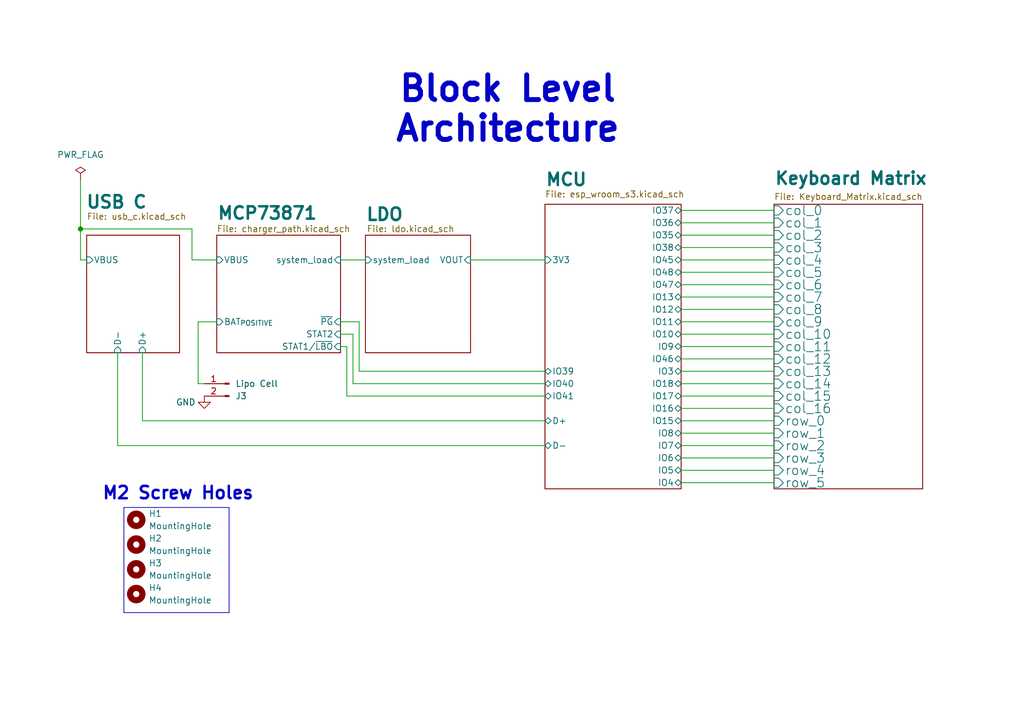
<source format=kicad_sch>
(kicad_sch (version 20250114) (generator "eeschema") (generator_version "9.0")
  (paper "A5")
  (title_block (title "Block Diagram") (date "Last Modified Date") (rev "${REVISION}") (company "${COMPANY}"))
  (lib_symbols
    (symbol "Connector:Conn_01x02_Pin" (pin_names (offset 1.016) (hide yes))
      (property "Reference" "J" (at 0 2.54 0))
      (property "Value" "Conn_01x02_Pin" (at 0 -5.08 0))
      (symbol "Conn_01x02_Pin_1_1"
        (rectangle (start 0.8636 0.127) (end 0 -0.127) (stroke (width 0.1524)) (fill (type outline)))
        (rectangle (start 0.8636 -2.413) (end 0 -2.667) (stroke (width 0.1524)) (fill (type outline)))
        (polyline (pts (xy 1.27 0) (xy 0.8636 0)) (stroke (width 0.1524)))
        (polyline (pts (xy 1.27 -2.54) (xy 0.8636 -2.54)) (stroke (width 0.1524)))
        (pin passive line (at 5.08 0 180) (length 3.81) (name "Pin_1") (number "1"))
        (pin passive line (at 5.08 -2.54 180) (length 3.81) (name "Pin_2") (number "2"))
      )
    )
    (symbol "Mechanical:MountingHole" (pin_names (offset 1.016)) (in_bom no)
      (property "Reference" "H" (at 0 5.08 0))
      (property "Value" "MountingHole" (at 0 3.175 0))
      (symbol "MountingHole_0_1"
        (circle (center 0 0) (radius 1.27) (stroke (width 1.27)))
      )
    )
    (symbol "power:GND" (power) (pin_numbers (hide yes)) (pin_names (offset 0) (hide yes))
      (property "Value" "GND" (at 0 -3.81 0))
      (symbol "GND_0_1"
        (polyline (pts (xy 0 0) (xy 0 -1.27) (xy 1.27 -1.27) (xy 0 -2.54) (xy -1.27 -1.27) (xy 0 -1.27)))
      )
      (symbol "GND_1_1"
        (pin power_in line (at 0 0 270) (length 0) (name "~") (number "1"))
      )
    )
    (symbol "power:PWR_FLAG" (power) (pin_numbers (hide yes)) (pin_names (offset 0) (hide yes))
      (property "Value" "PWR_FLAG" (at 0 3.81 0))
      (symbol "PWR_FLAG_0_0"
        (pin power_out line (at 0 0 90) (length 0) (name "~") (number "1"))
      )
      (symbol "PWR_FLAG_0_1"
        (polyline (pts (xy 0 0) (xy 0 1.27) (xy -1.016 1.905) (xy 0 2.54) (xy 1.016 1.905) (xy 0 1.27)))
      )
    )
  )
  (rectangle (start 25.4 104.14) (end 46.99 125.73))
  (text "M2 Screw Holes" (at 20.828 101.346 0) (effects (font (size 2.54 2.54) (thickness 0.508) (bold yes)) (justify left)))
  (text_box "Block Level Architecture " (at 64.77 16.51 0) (size 78.74 11.43) (margins 0.9525 0.9525 0.9525 0.9525) (stroke (width -0.0001) (type dot)) (effects (font (size 5.08 5.08) (thickness 1.016) (bold yes))))
  (junction (at 16.51 46.99))
  (wire (pts (xy 139.7 96.52) (xy 158.75 96.52)))
  (wire (pts (xy 139.7 63.5) (xy 158.75 63.5)))
  (wire (pts (xy 17.78 53.34) (xy 16.51 53.34)))
  (wire (pts (xy 73.66 76.2) (xy 111.76 76.2)))
  (wire (pts (xy 69.85 66.04) (xy 73.66 66.04)))
  (wire (pts (xy 40.64 66.04) (xy 40.64 78.74)))
  (wire (pts (xy 139.7 48.26) (xy 158.75 48.26)))
  (wire (pts (xy 72.39 78.74) (xy 72.39 68.58)))
  (wire (pts (xy 69.85 71.12) (xy 71.12 71.12)))
  (wire (pts (xy 139.7 45.72) (xy 158.75 45.72)))
  (wire (pts (xy 139.7 53.34) (xy 158.75 53.34)))
  (wire (pts (xy 39.37 53.34) (xy 44.45 53.34)))
  (wire (pts (xy 44.45 66.04) (xy 40.64 66.04)))
  (wire (pts (xy 16.51 46.99) (xy 39.37 46.99)))
  (wire (pts (xy 139.7 43.18) (xy 158.75 43.18)))
  (wire (pts (xy 139.7 83.82) (xy 158.75 83.82)))
  (wire (pts (xy 72.39 68.58) (xy 69.85 68.58)))
  (wire (pts (xy 111.76 91.44) (xy 24.13 91.44)))
  (wire (pts (xy 39.37 46.99) (xy 39.37 53.34)))
  (wire (pts (xy 29.21 86.36) (xy 111.76 86.36)))
  (wire (pts (xy 139.7 66.04) (xy 158.75 66.04)))
  (wire (pts (xy 139.7 93.98) (xy 158.75 93.98)))
  (wire (pts (xy 139.7 88.9) (xy 158.75 88.9)))
  (wire (pts (xy 139.7 50.8) (xy 158.75 50.8)))
  (wire (pts (xy 139.7 55.88) (xy 158.75 55.88)))
  (wire (pts (xy 139.7 99.06) (xy 158.75 99.06)))
  (wire (pts (xy 139.7 91.44) (xy 158.75 91.44)))
  (wire (pts (xy 139.7 68.58) (xy 158.75 68.58)))
  (wire (pts (xy 40.64 78.74) (xy 41.91 78.74)))
  (wire (pts (xy 139.7 71.12) (xy 158.75 71.12)))
  (wire (pts (xy 73.66 66.04) (xy 73.66 76.2)))
  (wire (pts (xy 96.52 53.34) (xy 111.76 53.34)))
  (wire (pts (xy 139.7 78.74) (xy 158.75 78.74)))
  (wire (pts (xy 111.76 78.74) (xy 72.39 78.74)))
  (wire (pts (xy 16.51 46.99) (xy 16.51 53.34)))
  (wire (pts (xy 139.7 81.28) (xy 158.75 81.28)))
  (wire (pts (xy 29.21 72.39) (xy 29.21 86.36)))
  (wire (pts (xy 139.7 60.96) (xy 158.75 60.96)))
  (wire (pts (xy 71.12 71.12) (xy 71.12 81.28)))
  (wire (pts (xy 16.51 36.83) (xy 16.51 46.99)))
  (wire (pts (xy 24.13 91.44) (xy 24.13 72.39)))
  (wire (pts (xy 139.7 86.36) (xy 158.75 86.36)))
  (wire (pts (xy 139.7 73.66) (xy 158.75 73.66)))
  (wire (pts (xy 69.85 53.34) (xy 74.93 53.34)))
  (wire (pts (xy 71.12 81.28) (xy 111.76 81.28)))
  (wire (pts (xy 139.7 76.2) (xy 158.75 76.2)))
  (wire (pts (xy 139.7 58.42) (xy 158.75 58.42)))
  (symbol (lib_id "power:PWR_FLAG") (at 16.51 36.83 0) (unit 1)
    (property "Reference" "#FLG01" (effects (hide yes)))
    (property "Value" "PWR_FLAG" (at 16.51 31.75 0))
    (property "Description" "Special symbol for telling ERC where power comes from" (effects (hide yes)))
  )
  (symbol (lib_id "Connector:Conn_01x02_Pin") (at 46.99 78.74 0) (mirror y) (unit 1)
    (property "Reference" "J3" (at 48.26 81.2801 0) (effects (justify right)))
    (property "Value" "Lipo Cell" (at 48.26 78.7401 0) (effects (justify right)))
    (property "Footprint" "Connector_JST:JST_PH_S2B-PH-K_1x02_P2.00mm_Horizontal" (effects (hide yes)))
    (property "Description" "Generic connector, single row, 01x02, script generated" (effects (hide yes)))
  )
  (symbol (lib_id "Mechanical:MountingHole") (at 27.94 111.76 0) (unit 1) (in_bom no)
    (property "Reference" "H2" (at 30.48 110.4899 0) (effects (justify left)))
    (property "Value" "MountingHole" (at 30.48 113.0299 0) (effects (justify left)))
    (property "Footprint" "MountingHole:MountingHole_2.2mm_M2" (effects (hide yes)))
    (property "Description" "Mounting Hole without connection" (effects (hide yes)))
  )
  (symbol (lib_id "power:GND") (at 41.91 81.28 0) (unit 1)
    (property "Reference" "#PWR03" (effects (hide yes)))
    (property "Value" "GND" (at 38.1 82.55 0))
    (property "Description" "Power symbol creates a global label with name \"GND\" , ground" (effects (hide yes)))
  )
  (symbol (lib_id "Mechanical:MountingHole") (at 27.94 121.92 0) (unit 1) (in_bom no)
    (property "Reference" "H4" (at 30.48 120.6499 0) (effects (justify left)))
    (property "Value" "MountingHole" (at 30.48 123.1899 0) (effects (justify left)))
    (property "Footprint" "MountingHole:MountingHole_2.2mm_M2" (effects (hide yes)))
    (property "Description" "Mounting Hole without connection" (effects (hide yes)))
  )
  (symbol (lib_id "Mechanical:MountingHole") (at 27.94 116.84 0) (unit 1) (in_bom no)
    (property "Reference" "H3" (at 30.48 115.5699 0) (effects (justify left)))
    (property "Value" "MountingHole" (at 30.48 118.1099 0) (effects (justify left)))
    (property "Footprint" "MountingHole:MountingHole_2.2mm_M2" (effects (hide yes)))
    (property "Description" "Mounting Hole without connection" (effects (hide yes)))
  )
  (symbol (lib_id "Mechanical:MountingHole") (at 27.94 106.68 0) (unit 1) (in_bom no)
    (property "Reference" "H1" (at 30.48 105.4099 0) (effects (justify left)))
    (property "Value" "MountingHole" (at 30.48 107.9499 0) (effects (justify left)))
    (property "Footprint" "MountingHole:MountingHole_2.2mm_M2" (effects (hide yes)))
    (property "Description" "Mounting Hole without connection" (effects (hide yes)))
  )
  (sheet (at 17.78 48.26) (size 19.05 24.13) (stroke (width 0.1524))
    (property "Sheetname" "USB C" (at 17.526 42.926 0) (effects (font (size 2.54 2.54) (thickness 0.508) (bold yes)) (justify left bottom)))
    (property "Sheetfile" "usb_c.kicad_sch" (at 17.78 43.688 0) (effects (justify left top)))
    (pin "D+" input (at 29.21 72.39 270))
    (pin "D-" input (at 24.13 72.39 270))
    (pin "VBUS" input (at 17.78 53.34 180))
  )
  (sheet (at 74.93 48.26) (size 21.59 24.13) (stroke (width 0.1524))
    (property "Sheetname" "LDO" (at 74.93 45.466 0) (effects (font (size 2.54 2.54) (thickness 0.508) (bold yes)) (justify left bottom)))
    (property "Sheetfile" "ldo.kicad_sch" (at 75.184 46.228 0) (effects (justify left top)))
    (pin "system_load" input (at 74.93 53.34 180))
    (pin "VOUT" input (at 96.52 53.34 0))
  )
  (sheet (at 158.75 41.91) (size 30.48 58.42) (stroke (width 0.1524))
    (property "Sheetname" "Keyboard Matrix" (at 158.75 36.576 0) (effects (font (size 2.54 2.54) (thickness 0.508) (bold yes)) (justify left)))
    (property "Sheetfile" "Keyboard_Matrix.kicad_sch" (at 158.75 39.624 0) (effects (justify left top)))
    (pin "col_7" input (at 158.75 60.96 180) (effects (font (size 1.905 1.905))))
    (pin "col_0" input (at 158.75 43.18 180) (effects (font (size 1.905 1.905))))
    (pin "col_4" input (at 158.75 53.34 180) (effects (font (size 1.905 1.905))))
    (pin "col_2" input (at 158.75 48.26 180) (effects (font (size 1.905 1.905))))
    (pin "col_8" input (at 158.75 63.5 180) (effects (font (size 1.905 1.905))))
    (pin "col_15" input (at 158.75 81.28 180) (effects (font (size 1.905 1.905))))
    (pin "col_11" input (at 158.75 71.12 180) (effects (font (size 1.905 1.905))))
    (pin "col_1" input (at 158.75 45.72 180) (effects (font (size 1.905 1.905))))
    (pin "col_3" input (at 158.75 50.8 180) (effects (font (size 1.905 1.905))))
    (pin "col_10" input (at 158.75 68.58 180) (effects (font (size 1.905 1.905))))
    (pin "col_13" input (at 158.75 76.2 180) (effects (font (size 1.905 1.905))))
    (pin "col_12" input (at 158.75 73.66 180) (effects (font (size 1.905 1.905))))
    (pin "col_14" input (at 158.75 78.74 180) (effects (font (size 1.905 1.905))))
    (pin "col_5" input (at 158.75 55.88 180) (effects (font (size 1.905 1.905))))
    (pin "col_16" input (at 158.75 83.82 180) (effects (font (size 1.905 1.905))))
    (pin "col_9" input (at 158.75 66.04 180) (effects (font (size 1.905 1.905))))
    (pin "col_6" input (at 158.75 58.42 180) (effects (font (size 1.905 1.905))))
    (pin "row_0" input (at 158.75 86.36 180) (effects (font (size 1.905 1.905))))
    (pin "row_1" input (at 158.75 88.9 180) (effects (font (size 1.905 1.905))))
    (pin "row_2" input (at 158.75 91.44 180) (effects (font (size 1.905 1.905))))
    (pin "row_3" input (at 158.75 93.98 180) (effects (font (size 1.905 1.905))))
    (pin "row_4" input (at 158.75 96.52 180) (effects (font (size 1.905 1.905))))
    (pin "row_5" input (at 158.75 99.06 180) (effects (font (size 1.905 1.905))))
  )
  (sheet (at 111.76 41.91) (size 27.94 58.42) (stroke (width 0.1524))
    (property "Sheetname" "MCU" (at 111.76 36.83 0) (effects (font (size 2.54 2.54) (thickness 0.508) (bold yes)) (justify left)))
    (property "Sheetfile" "esp_wroom_s3.kicad_sch" (at 111.76 39.116 0) (effects (justify left top)))
    (pin "3V3" input (at 111.76 53.34 180))
    (pin "IO3" bidirectional (at 139.7 76.2 0))
    (pin "IO4" bidirectional (at 139.7 99.06 0))
    (pin "IO5" bidirectional (at 139.7 96.52 0))
    (pin "IO6" bidirectional (at 139.7 93.98 0))
    (pin "IO7" bidirectional (at 139.7 91.44 0))
    (pin "IO8" bidirectional (at 139.7 88.9 0))
    (pin "IO9" bidirectional (at 139.7 71.12 0))
    (pin "IO10" bidirectional (at 139.7 68.58 0))
    (pin "IO11" bidirectional (at 139.7 66.04 0))
    (pin "IO12" bidirectional (at 139.7 63.5 0))
    (pin "IO13" bidirectional (at 139.7 60.96 0))
    (pin "IO15" bidirectional (at 139.7 86.36 0))
    (pin "IO16" bidirectional (at 139.7 83.82 0))
    (pin "IO17" bidirectional (at 139.7 81.28 0))
    (pin "IO18" bidirectional (at 139.7 78.74 0))
    (pin "IO35" bidirectional (at 139.7 48.26 0))
    (pin "IO36" bidirectional (at 139.7 45.72 0))
    (pin "IO37" bidirectional (at 139.7 43.18 0))
    (pin "IO45" bidirectional (at 139.7 53.34 0))
    (pin "IO46" bidirectional (at 139.7 73.66 0))
    (pin "IO47" bidirectional (at 139.7 58.42 0))
    (pin "IO48" bidirectional (at 139.7 55.88 0))
    (pin "IO38" bidirectional (at 139.7 50.8 0))
    (pin "D+" bidirectional (at 111.76 86.36 180))
    (pin "D-" bidirectional (at 111.76 91.44 180))
    (pin "IO39" bidirectional (at 111.76 76.2 180))
    (pin "IO40" bidirectional (at 111.76 78.74 180))
    (pin "IO41" bidirectional (at 111.76 81.28 180))
  )
  (sheet (at 44.45 48.26) (size 25.4 24.13) (stroke (width 0.1524))
    (property "Sheetname" "MCP73871" (at 44.45 45.212 0) (effects (font (size 2.54 2.54) (thickness 0.508) (bold yes)) (justify left bottom)))
    (property "Sheetfile" "charger_path.kicad_sch" (at 44.45 46.228 0) (effects (justify left top)))
    (pin "system_load" input (at 69.85 53.34 0))
    (pin "VBUS" input (at 44.45 53.34 180))
    (pin "STAT1/~{LBO}" input (at 69.85 71.12 0))
    (pin "STAT2" input (at 69.85 68.58 0))
    (pin "~{PG}" input (at 69.85 66.04 0))
    (pin "BAT_{POSITIVE}" input (at 44.45 66.04 180))
  )
)
</source>
